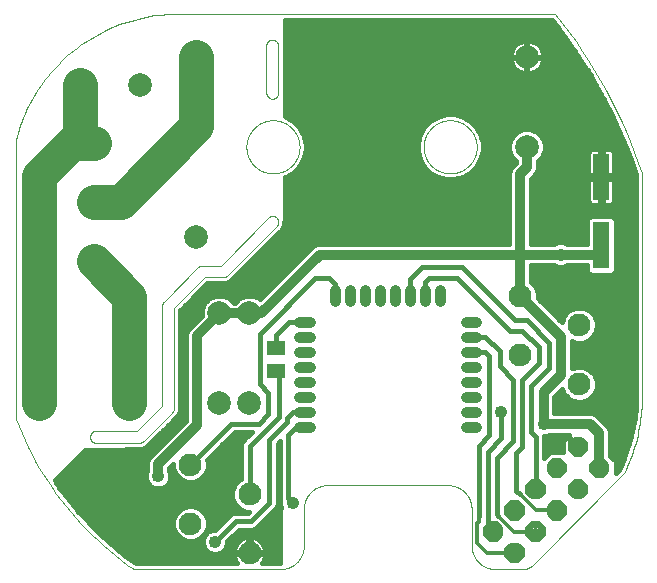
<source format=gtl>
G75*
%MOIN*%
%OFA0B0*%
%FSLAX25Y25*%
%IPPOS*%
%LPD*%
%AMOC8*
5,1,8,0,0,1.08239X$1,22.5*
%
%ADD10C,0.00000*%
%ADD11C,0.03543*%
%ADD12C,0.08661*%
%ADD13C,0.07874*%
%ADD14C,0.10000*%
%ADD15C,0.07600*%
%ADD16R,0.05512X0.15748*%
%ADD17C,0.01378*%
%ADD18R,0.05906X0.05118*%
%ADD19C,0.07874*%
%ADD20C,0.11811*%
%ADD21C,0.04252*%
%ADD22C,0.03200*%
%ADD23C,0.01600*%
%ADD24C,0.01200*%
D10*
X0041537Y0003071D02*
X0090356Y0003071D01*
X0090546Y0003073D01*
X0090736Y0003080D01*
X0090926Y0003092D01*
X0091116Y0003108D01*
X0091305Y0003128D01*
X0091494Y0003154D01*
X0091682Y0003183D01*
X0091869Y0003218D01*
X0092055Y0003257D01*
X0092240Y0003300D01*
X0092425Y0003348D01*
X0092608Y0003400D01*
X0092789Y0003456D01*
X0092969Y0003517D01*
X0093148Y0003583D01*
X0093325Y0003652D01*
X0093501Y0003726D01*
X0093674Y0003804D01*
X0093846Y0003887D01*
X0094015Y0003973D01*
X0094183Y0004063D01*
X0094348Y0004158D01*
X0094511Y0004256D01*
X0094671Y0004359D01*
X0094829Y0004465D01*
X0094984Y0004575D01*
X0095137Y0004688D01*
X0095287Y0004806D01*
X0095433Y0004927D01*
X0095577Y0005051D01*
X0095718Y0005179D01*
X0095856Y0005310D01*
X0095991Y0005445D01*
X0096122Y0005583D01*
X0096250Y0005724D01*
X0096374Y0005868D01*
X0096495Y0006014D01*
X0096613Y0006164D01*
X0096726Y0006317D01*
X0096836Y0006472D01*
X0096942Y0006630D01*
X0097045Y0006790D01*
X0097143Y0006953D01*
X0097238Y0007118D01*
X0097328Y0007286D01*
X0097414Y0007455D01*
X0097497Y0007627D01*
X0097575Y0007800D01*
X0097649Y0007976D01*
X0097718Y0008153D01*
X0097784Y0008332D01*
X0097845Y0008512D01*
X0097901Y0008693D01*
X0097953Y0008876D01*
X0098001Y0009061D01*
X0098044Y0009246D01*
X0098083Y0009432D01*
X0098118Y0009619D01*
X0098147Y0009807D01*
X0098173Y0009996D01*
X0098193Y0010185D01*
X0098209Y0010375D01*
X0098221Y0010565D01*
X0098228Y0010755D01*
X0098230Y0010945D01*
X0098230Y0023161D01*
X0098232Y0023351D01*
X0098239Y0023541D01*
X0098251Y0023731D01*
X0098267Y0023921D01*
X0098287Y0024110D01*
X0098313Y0024299D01*
X0098342Y0024487D01*
X0098377Y0024674D01*
X0098416Y0024860D01*
X0098459Y0025045D01*
X0098507Y0025230D01*
X0098559Y0025413D01*
X0098615Y0025594D01*
X0098676Y0025774D01*
X0098742Y0025953D01*
X0098811Y0026130D01*
X0098885Y0026306D01*
X0098963Y0026479D01*
X0099046Y0026651D01*
X0099132Y0026820D01*
X0099222Y0026988D01*
X0099317Y0027153D01*
X0099415Y0027316D01*
X0099518Y0027476D01*
X0099624Y0027634D01*
X0099734Y0027789D01*
X0099847Y0027942D01*
X0099965Y0028092D01*
X0100086Y0028238D01*
X0100210Y0028382D01*
X0100338Y0028523D01*
X0100469Y0028661D01*
X0100604Y0028796D01*
X0100742Y0028927D01*
X0100883Y0029055D01*
X0101027Y0029179D01*
X0101173Y0029300D01*
X0101323Y0029418D01*
X0101476Y0029531D01*
X0101631Y0029641D01*
X0101789Y0029747D01*
X0101949Y0029850D01*
X0102112Y0029948D01*
X0102277Y0030043D01*
X0102445Y0030133D01*
X0102614Y0030219D01*
X0102786Y0030302D01*
X0102959Y0030380D01*
X0103135Y0030454D01*
X0103312Y0030523D01*
X0103491Y0030589D01*
X0103671Y0030650D01*
X0103852Y0030706D01*
X0104035Y0030758D01*
X0104220Y0030806D01*
X0104405Y0030849D01*
X0104591Y0030888D01*
X0104778Y0030923D01*
X0104966Y0030952D01*
X0105155Y0030978D01*
X0105344Y0030998D01*
X0105534Y0031014D01*
X0105724Y0031026D01*
X0105914Y0031033D01*
X0106104Y0031035D01*
X0146261Y0031035D01*
X0146451Y0031033D01*
X0146641Y0031026D01*
X0146831Y0031014D01*
X0147021Y0030998D01*
X0147210Y0030978D01*
X0147399Y0030952D01*
X0147587Y0030923D01*
X0147774Y0030888D01*
X0147960Y0030849D01*
X0148145Y0030806D01*
X0148330Y0030758D01*
X0148513Y0030706D01*
X0148694Y0030650D01*
X0148874Y0030589D01*
X0149053Y0030523D01*
X0149230Y0030454D01*
X0149406Y0030380D01*
X0149579Y0030302D01*
X0149751Y0030219D01*
X0149920Y0030133D01*
X0150088Y0030043D01*
X0150253Y0029948D01*
X0150416Y0029850D01*
X0150576Y0029747D01*
X0150734Y0029641D01*
X0150889Y0029531D01*
X0151042Y0029418D01*
X0151192Y0029300D01*
X0151338Y0029179D01*
X0151482Y0029055D01*
X0151623Y0028927D01*
X0151761Y0028796D01*
X0151896Y0028661D01*
X0152027Y0028523D01*
X0152155Y0028382D01*
X0152279Y0028238D01*
X0152400Y0028092D01*
X0152518Y0027942D01*
X0152631Y0027789D01*
X0152741Y0027634D01*
X0152847Y0027476D01*
X0152950Y0027316D01*
X0153048Y0027153D01*
X0153143Y0026988D01*
X0153233Y0026820D01*
X0153319Y0026651D01*
X0153402Y0026479D01*
X0153480Y0026306D01*
X0153554Y0026130D01*
X0153623Y0025953D01*
X0153689Y0025774D01*
X0153750Y0025594D01*
X0153806Y0025413D01*
X0153858Y0025230D01*
X0153906Y0025045D01*
X0153949Y0024860D01*
X0153988Y0024674D01*
X0154023Y0024487D01*
X0154052Y0024299D01*
X0154078Y0024110D01*
X0154098Y0023921D01*
X0154114Y0023731D01*
X0154126Y0023541D01*
X0154133Y0023351D01*
X0154135Y0023161D01*
X0154135Y0010945D01*
X0154137Y0010755D01*
X0154144Y0010565D01*
X0154156Y0010375D01*
X0154172Y0010185D01*
X0154192Y0009996D01*
X0154218Y0009807D01*
X0154247Y0009619D01*
X0154282Y0009432D01*
X0154321Y0009246D01*
X0154364Y0009061D01*
X0154412Y0008876D01*
X0154464Y0008693D01*
X0154520Y0008512D01*
X0154581Y0008332D01*
X0154647Y0008153D01*
X0154716Y0007976D01*
X0154790Y0007800D01*
X0154868Y0007627D01*
X0154951Y0007455D01*
X0155037Y0007286D01*
X0155127Y0007118D01*
X0155222Y0006953D01*
X0155320Y0006790D01*
X0155423Y0006630D01*
X0155529Y0006472D01*
X0155639Y0006317D01*
X0155752Y0006164D01*
X0155870Y0006014D01*
X0155991Y0005868D01*
X0156115Y0005724D01*
X0156243Y0005583D01*
X0156374Y0005445D01*
X0156509Y0005310D01*
X0156647Y0005179D01*
X0156788Y0005051D01*
X0156932Y0004927D01*
X0157078Y0004806D01*
X0157228Y0004688D01*
X0157381Y0004575D01*
X0157536Y0004465D01*
X0157694Y0004359D01*
X0157854Y0004256D01*
X0158017Y0004158D01*
X0158182Y0004063D01*
X0158350Y0003973D01*
X0158519Y0003887D01*
X0158691Y0003804D01*
X0158864Y0003726D01*
X0159040Y0003652D01*
X0159217Y0003583D01*
X0159396Y0003517D01*
X0159576Y0003456D01*
X0159757Y0003400D01*
X0159940Y0003348D01*
X0160125Y0003300D01*
X0160310Y0003257D01*
X0160496Y0003218D01*
X0160683Y0003183D01*
X0160871Y0003154D01*
X0161060Y0003128D01*
X0161249Y0003108D01*
X0161439Y0003092D01*
X0161629Y0003080D01*
X0161819Y0003073D01*
X0162009Y0003071D01*
X0171402Y0003071D01*
X0174186Y0004224D02*
X0204923Y0034961D01*
X0210828Y0057008D02*
X0210828Y0134961D01*
X0181891Y0188110D02*
X0053741Y0188110D01*
X0085726Y0177587D02*
X0085726Y0161839D01*
X0085725Y0161839D02*
X0085727Y0161753D01*
X0085732Y0161667D01*
X0085742Y0161582D01*
X0085755Y0161497D01*
X0085772Y0161413D01*
X0085792Y0161329D01*
X0085816Y0161247D01*
X0085844Y0161166D01*
X0085875Y0161085D01*
X0085909Y0161007D01*
X0085947Y0160930D01*
X0085989Y0160854D01*
X0086033Y0160781D01*
X0086081Y0160710D01*
X0086132Y0160640D01*
X0086186Y0160573D01*
X0086242Y0160509D01*
X0086302Y0160447D01*
X0086364Y0160387D01*
X0086428Y0160331D01*
X0086495Y0160277D01*
X0086565Y0160226D01*
X0086636Y0160178D01*
X0086710Y0160134D01*
X0086785Y0160092D01*
X0086862Y0160054D01*
X0086941Y0160020D01*
X0087021Y0159989D01*
X0087102Y0159961D01*
X0087184Y0159937D01*
X0087268Y0159917D01*
X0087352Y0159900D01*
X0087437Y0159887D01*
X0087522Y0159877D01*
X0087608Y0159872D01*
X0087694Y0159870D01*
X0087694Y0159871D02*
X0087780Y0159873D01*
X0087866Y0159878D01*
X0087951Y0159888D01*
X0088036Y0159901D01*
X0088120Y0159918D01*
X0088203Y0159938D01*
X0088286Y0159962D01*
X0088367Y0159990D01*
X0088447Y0160021D01*
X0088526Y0160055D01*
X0088603Y0160093D01*
X0088678Y0160135D01*
X0088751Y0160179D01*
X0088823Y0160227D01*
X0088892Y0160278D01*
X0088959Y0160331D01*
X0089024Y0160388D01*
X0089086Y0160447D01*
X0089145Y0160509D01*
X0089202Y0160574D01*
X0089255Y0160641D01*
X0089306Y0160710D01*
X0089354Y0160782D01*
X0089398Y0160855D01*
X0089440Y0160930D01*
X0089478Y0161007D01*
X0089512Y0161086D01*
X0089543Y0161166D01*
X0089571Y0161247D01*
X0089595Y0161330D01*
X0089615Y0161413D01*
X0089632Y0161497D01*
X0089645Y0161582D01*
X0089655Y0161667D01*
X0089660Y0161753D01*
X0089662Y0161839D01*
X0089663Y0161839D02*
X0089663Y0177587D01*
X0087694Y0179556D02*
X0087608Y0179554D01*
X0087522Y0179549D01*
X0087437Y0179539D01*
X0087352Y0179526D01*
X0087268Y0179509D01*
X0087184Y0179489D01*
X0087102Y0179465D01*
X0087021Y0179437D01*
X0086940Y0179406D01*
X0086862Y0179372D01*
X0086785Y0179334D01*
X0086710Y0179292D01*
X0086636Y0179248D01*
X0086565Y0179200D01*
X0086495Y0179149D01*
X0086428Y0179095D01*
X0086364Y0179039D01*
X0086302Y0178979D01*
X0086242Y0178917D01*
X0086186Y0178853D01*
X0086132Y0178786D01*
X0086081Y0178716D01*
X0086033Y0178645D01*
X0085989Y0178572D01*
X0085947Y0178496D01*
X0085909Y0178419D01*
X0085875Y0178341D01*
X0085844Y0178260D01*
X0085816Y0178179D01*
X0085792Y0178097D01*
X0085772Y0178013D01*
X0085755Y0177929D01*
X0085742Y0177844D01*
X0085732Y0177759D01*
X0085727Y0177673D01*
X0085725Y0177587D01*
X0087694Y0179556D02*
X0087780Y0179554D01*
X0087866Y0179549D01*
X0087951Y0179539D01*
X0088036Y0179526D01*
X0088120Y0179509D01*
X0088204Y0179489D01*
X0088286Y0179465D01*
X0088367Y0179437D01*
X0088448Y0179406D01*
X0088526Y0179372D01*
X0088603Y0179334D01*
X0088679Y0179292D01*
X0088752Y0179248D01*
X0088823Y0179200D01*
X0088893Y0179149D01*
X0088960Y0179095D01*
X0089024Y0179039D01*
X0089086Y0178979D01*
X0089146Y0178917D01*
X0089202Y0178853D01*
X0089256Y0178786D01*
X0089307Y0178716D01*
X0089355Y0178645D01*
X0089399Y0178571D01*
X0089441Y0178496D01*
X0089479Y0178419D01*
X0089513Y0178340D01*
X0089544Y0178260D01*
X0089572Y0178179D01*
X0089596Y0178097D01*
X0089616Y0178013D01*
X0089633Y0177929D01*
X0089646Y0177844D01*
X0089656Y0177759D01*
X0089661Y0177673D01*
X0089663Y0177587D01*
X0079080Y0143819D02*
X0079083Y0144036D01*
X0079091Y0144254D01*
X0079104Y0144471D01*
X0079123Y0144687D01*
X0079147Y0144903D01*
X0079176Y0145119D01*
X0079210Y0145333D01*
X0079250Y0145547D01*
X0079295Y0145760D01*
X0079345Y0145971D01*
X0079401Y0146182D01*
X0079461Y0146390D01*
X0079527Y0146598D01*
X0079598Y0146803D01*
X0079674Y0147007D01*
X0079754Y0147209D01*
X0079840Y0147409D01*
X0079930Y0147606D01*
X0080026Y0147802D01*
X0080126Y0147995D01*
X0080231Y0148185D01*
X0080340Y0148373D01*
X0080454Y0148558D01*
X0080573Y0148740D01*
X0080696Y0148920D01*
X0080823Y0149096D01*
X0080955Y0149269D01*
X0081091Y0149438D01*
X0081231Y0149605D01*
X0081375Y0149768D01*
X0081523Y0149927D01*
X0081674Y0150083D01*
X0081830Y0150234D01*
X0081989Y0150382D01*
X0082152Y0150526D01*
X0082319Y0150666D01*
X0082488Y0150802D01*
X0082661Y0150934D01*
X0082837Y0151061D01*
X0083017Y0151184D01*
X0083199Y0151303D01*
X0083384Y0151417D01*
X0083572Y0151526D01*
X0083762Y0151631D01*
X0083955Y0151731D01*
X0084151Y0151827D01*
X0084348Y0151917D01*
X0084548Y0152003D01*
X0084750Y0152083D01*
X0084954Y0152159D01*
X0085159Y0152230D01*
X0085367Y0152296D01*
X0085575Y0152356D01*
X0085786Y0152412D01*
X0085997Y0152462D01*
X0086210Y0152507D01*
X0086424Y0152547D01*
X0086638Y0152581D01*
X0086854Y0152610D01*
X0087070Y0152634D01*
X0087286Y0152653D01*
X0087503Y0152666D01*
X0087721Y0152674D01*
X0087938Y0152677D01*
X0088155Y0152674D01*
X0088373Y0152666D01*
X0088590Y0152653D01*
X0088806Y0152634D01*
X0089022Y0152610D01*
X0089238Y0152581D01*
X0089452Y0152547D01*
X0089666Y0152507D01*
X0089879Y0152462D01*
X0090090Y0152412D01*
X0090301Y0152356D01*
X0090509Y0152296D01*
X0090717Y0152230D01*
X0090922Y0152159D01*
X0091126Y0152083D01*
X0091328Y0152003D01*
X0091528Y0151917D01*
X0091725Y0151827D01*
X0091921Y0151731D01*
X0092114Y0151631D01*
X0092304Y0151526D01*
X0092492Y0151417D01*
X0092677Y0151303D01*
X0092859Y0151184D01*
X0093039Y0151061D01*
X0093215Y0150934D01*
X0093388Y0150802D01*
X0093557Y0150666D01*
X0093724Y0150526D01*
X0093887Y0150382D01*
X0094046Y0150234D01*
X0094202Y0150083D01*
X0094353Y0149927D01*
X0094501Y0149768D01*
X0094645Y0149605D01*
X0094785Y0149438D01*
X0094921Y0149269D01*
X0095053Y0149096D01*
X0095180Y0148920D01*
X0095303Y0148740D01*
X0095422Y0148558D01*
X0095536Y0148373D01*
X0095645Y0148185D01*
X0095750Y0147995D01*
X0095850Y0147802D01*
X0095946Y0147606D01*
X0096036Y0147409D01*
X0096122Y0147209D01*
X0096202Y0147007D01*
X0096278Y0146803D01*
X0096349Y0146598D01*
X0096415Y0146390D01*
X0096475Y0146182D01*
X0096531Y0145971D01*
X0096581Y0145760D01*
X0096626Y0145547D01*
X0096666Y0145333D01*
X0096700Y0145119D01*
X0096729Y0144903D01*
X0096753Y0144687D01*
X0096772Y0144471D01*
X0096785Y0144254D01*
X0096793Y0144036D01*
X0096796Y0143819D01*
X0096793Y0143602D01*
X0096785Y0143384D01*
X0096772Y0143167D01*
X0096753Y0142951D01*
X0096729Y0142735D01*
X0096700Y0142519D01*
X0096666Y0142305D01*
X0096626Y0142091D01*
X0096581Y0141878D01*
X0096531Y0141667D01*
X0096475Y0141456D01*
X0096415Y0141248D01*
X0096349Y0141040D01*
X0096278Y0140835D01*
X0096202Y0140631D01*
X0096122Y0140429D01*
X0096036Y0140229D01*
X0095946Y0140032D01*
X0095850Y0139836D01*
X0095750Y0139643D01*
X0095645Y0139453D01*
X0095536Y0139265D01*
X0095422Y0139080D01*
X0095303Y0138898D01*
X0095180Y0138718D01*
X0095053Y0138542D01*
X0094921Y0138369D01*
X0094785Y0138200D01*
X0094645Y0138033D01*
X0094501Y0137870D01*
X0094353Y0137711D01*
X0094202Y0137555D01*
X0094046Y0137404D01*
X0093887Y0137256D01*
X0093724Y0137112D01*
X0093557Y0136972D01*
X0093388Y0136836D01*
X0093215Y0136704D01*
X0093039Y0136577D01*
X0092859Y0136454D01*
X0092677Y0136335D01*
X0092492Y0136221D01*
X0092304Y0136112D01*
X0092114Y0136007D01*
X0091921Y0135907D01*
X0091725Y0135811D01*
X0091528Y0135721D01*
X0091328Y0135635D01*
X0091126Y0135555D01*
X0090922Y0135479D01*
X0090717Y0135408D01*
X0090509Y0135342D01*
X0090301Y0135282D01*
X0090090Y0135226D01*
X0089879Y0135176D01*
X0089666Y0135131D01*
X0089452Y0135091D01*
X0089238Y0135057D01*
X0089022Y0135028D01*
X0088806Y0135004D01*
X0088590Y0134985D01*
X0088373Y0134972D01*
X0088155Y0134964D01*
X0087938Y0134961D01*
X0087721Y0134964D01*
X0087503Y0134972D01*
X0087286Y0134985D01*
X0087070Y0135004D01*
X0086854Y0135028D01*
X0086638Y0135057D01*
X0086424Y0135091D01*
X0086210Y0135131D01*
X0085997Y0135176D01*
X0085786Y0135226D01*
X0085575Y0135282D01*
X0085367Y0135342D01*
X0085159Y0135408D01*
X0084954Y0135479D01*
X0084750Y0135555D01*
X0084548Y0135635D01*
X0084348Y0135721D01*
X0084151Y0135811D01*
X0083955Y0135907D01*
X0083762Y0136007D01*
X0083572Y0136112D01*
X0083384Y0136221D01*
X0083199Y0136335D01*
X0083017Y0136454D01*
X0082837Y0136577D01*
X0082661Y0136704D01*
X0082488Y0136836D01*
X0082319Y0136972D01*
X0082152Y0137112D01*
X0081989Y0137256D01*
X0081830Y0137404D01*
X0081674Y0137555D01*
X0081523Y0137711D01*
X0081375Y0137870D01*
X0081231Y0138033D01*
X0081091Y0138200D01*
X0080955Y0138369D01*
X0080823Y0138542D01*
X0080696Y0138718D01*
X0080573Y0138898D01*
X0080454Y0139080D01*
X0080340Y0139265D01*
X0080231Y0139453D01*
X0080126Y0139643D01*
X0080026Y0139836D01*
X0079930Y0140032D01*
X0079840Y0140229D01*
X0079754Y0140429D01*
X0079674Y0140631D01*
X0079598Y0140835D01*
X0079527Y0141040D01*
X0079461Y0141248D01*
X0079401Y0141456D01*
X0079345Y0141667D01*
X0079295Y0141878D01*
X0079250Y0142091D01*
X0079210Y0142305D01*
X0079176Y0142519D01*
X0079147Y0142735D01*
X0079123Y0142951D01*
X0079104Y0143167D01*
X0079091Y0143384D01*
X0079083Y0143602D01*
X0079080Y0143819D01*
X0053741Y0188111D02*
X0052396Y0188036D01*
X0051054Y0187928D01*
X0049714Y0187788D01*
X0048378Y0187615D01*
X0047047Y0187411D01*
X0045721Y0187174D01*
X0044402Y0186905D01*
X0043089Y0186604D01*
X0041784Y0186272D01*
X0040487Y0185908D01*
X0039199Y0185513D01*
X0037922Y0185086D01*
X0036655Y0184629D01*
X0035399Y0184142D01*
X0034156Y0183624D01*
X0032925Y0183076D01*
X0031709Y0182499D01*
X0030506Y0181893D01*
X0029319Y0181257D01*
X0028147Y0180593D01*
X0026991Y0179901D01*
X0025853Y0179181D01*
X0024733Y0178434D01*
X0023630Y0177660D01*
X0022547Y0176859D01*
X0021484Y0176033D01*
X0020441Y0175181D01*
X0019419Y0174304D01*
X0018418Y0173402D01*
X0017439Y0172477D01*
X0016483Y0171528D01*
X0015551Y0170556D01*
X0014642Y0169563D01*
X0013757Y0168547D01*
X0012898Y0167510D01*
X0012063Y0166453D01*
X0011255Y0165376D01*
X0010472Y0164280D01*
X0009717Y0163165D01*
X0008988Y0162032D01*
X0008288Y0160881D01*
X0007615Y0159715D01*
X0006971Y0158532D01*
X0006355Y0157334D01*
X0005769Y0156121D01*
X0005212Y0154895D01*
X0004685Y0153656D01*
X0004188Y0152404D01*
X0003722Y0151140D01*
X0003286Y0149866D01*
X0002882Y0148581D01*
X0002508Y0147287D01*
X0002166Y0145985D01*
X0002167Y0145984D02*
X0002167Y0053071D01*
X0028938Y0049134D02*
X0042718Y0049134D01*
X0050986Y0057401D01*
X0050986Y0090838D01*
X0051562Y0092230D02*
X0063007Y0103675D01*
X0064399Y0104252D02*
X0070458Y0104252D01*
X0086437Y0120230D01*
X0087781Y0120787D02*
X0087864Y0120785D01*
X0087947Y0120780D01*
X0088029Y0120771D01*
X0088111Y0120758D01*
X0088192Y0120742D01*
X0088273Y0120722D01*
X0088353Y0120699D01*
X0088431Y0120672D01*
X0088508Y0120642D01*
X0088584Y0120609D01*
X0088659Y0120572D01*
X0088732Y0120532D01*
X0088802Y0120489D01*
X0088871Y0120443D01*
X0088938Y0120394D01*
X0089003Y0120342D01*
X0089065Y0120288D01*
X0089125Y0120230D01*
X0089193Y0120163D01*
X0089192Y0120163D02*
X0089250Y0120103D01*
X0089304Y0120041D01*
X0089356Y0119976D01*
X0089405Y0119909D01*
X0089451Y0119840D01*
X0089494Y0119770D01*
X0089534Y0119697D01*
X0089571Y0119622D01*
X0089604Y0119546D01*
X0089634Y0119469D01*
X0089661Y0119391D01*
X0089684Y0119311D01*
X0089704Y0119230D01*
X0089720Y0119149D01*
X0089733Y0119067D01*
X0089742Y0118985D01*
X0089747Y0118902D01*
X0089749Y0118819D01*
X0089193Y0117475D02*
X0072609Y0100891D01*
X0071217Y0100315D02*
X0065159Y0100315D01*
X0054923Y0090079D01*
X0054923Y0056642D01*
X0054346Y0055250D02*
X0044869Y0045773D01*
X0043477Y0045197D02*
X0028938Y0045197D01*
X0028938Y0045196D02*
X0028852Y0045198D01*
X0028766Y0045203D01*
X0028681Y0045213D01*
X0028596Y0045226D01*
X0028512Y0045243D01*
X0028428Y0045263D01*
X0028346Y0045287D01*
X0028265Y0045315D01*
X0028184Y0045346D01*
X0028106Y0045380D01*
X0028029Y0045418D01*
X0027953Y0045460D01*
X0027880Y0045504D01*
X0027809Y0045552D01*
X0027739Y0045603D01*
X0027672Y0045657D01*
X0027608Y0045713D01*
X0027546Y0045773D01*
X0027486Y0045835D01*
X0027430Y0045899D01*
X0027376Y0045966D01*
X0027325Y0046036D01*
X0027277Y0046107D01*
X0027233Y0046181D01*
X0027191Y0046256D01*
X0027153Y0046333D01*
X0027119Y0046411D01*
X0027088Y0046492D01*
X0027060Y0046573D01*
X0027036Y0046655D01*
X0027016Y0046739D01*
X0026999Y0046823D01*
X0026986Y0046908D01*
X0026976Y0046993D01*
X0026971Y0047079D01*
X0026969Y0047165D01*
X0026971Y0047251D01*
X0026976Y0047337D01*
X0026986Y0047422D01*
X0026999Y0047507D01*
X0027016Y0047591D01*
X0027036Y0047675D01*
X0027060Y0047757D01*
X0027088Y0047838D01*
X0027119Y0047919D01*
X0027153Y0047997D01*
X0027191Y0048074D01*
X0027233Y0048150D01*
X0027277Y0048223D01*
X0027325Y0048294D01*
X0027376Y0048364D01*
X0027430Y0048431D01*
X0027486Y0048495D01*
X0027546Y0048557D01*
X0027608Y0048617D01*
X0027672Y0048673D01*
X0027739Y0048727D01*
X0027809Y0048778D01*
X0027880Y0048826D01*
X0027954Y0048870D01*
X0028029Y0048912D01*
X0028106Y0048950D01*
X0028184Y0048984D01*
X0028265Y0049015D01*
X0028346Y0049043D01*
X0028428Y0049067D01*
X0028512Y0049087D01*
X0028596Y0049104D01*
X0028681Y0049117D01*
X0028766Y0049127D01*
X0028852Y0049132D01*
X0028938Y0049134D01*
X0043477Y0045196D02*
X0043563Y0045198D01*
X0043649Y0045203D01*
X0043734Y0045213D01*
X0043819Y0045226D01*
X0043903Y0045243D01*
X0043987Y0045263D01*
X0044069Y0045287D01*
X0044150Y0045315D01*
X0044231Y0045346D01*
X0044309Y0045380D01*
X0044386Y0045418D01*
X0044462Y0045460D01*
X0044535Y0045504D01*
X0044606Y0045552D01*
X0044676Y0045603D01*
X0044743Y0045657D01*
X0044807Y0045713D01*
X0044869Y0045773D01*
X0054346Y0055250D02*
X0054406Y0055312D01*
X0054462Y0055376D01*
X0054516Y0055443D01*
X0054567Y0055513D01*
X0054615Y0055584D01*
X0054659Y0055657D01*
X0054701Y0055733D01*
X0054739Y0055810D01*
X0054773Y0055888D01*
X0054804Y0055969D01*
X0054832Y0056050D01*
X0054856Y0056132D01*
X0054876Y0056216D01*
X0054893Y0056300D01*
X0054906Y0056385D01*
X0054916Y0056470D01*
X0054921Y0056556D01*
X0054923Y0056642D01*
X0210827Y0134961D02*
X0209626Y0138571D01*
X0208339Y0142151D01*
X0206969Y0145701D01*
X0205514Y0149217D01*
X0203977Y0152697D01*
X0202358Y0156140D01*
X0200659Y0159544D01*
X0198879Y0162907D01*
X0197020Y0166227D01*
X0195084Y0169502D01*
X0193070Y0172731D01*
X0190981Y0175911D01*
X0188817Y0179040D01*
X0186580Y0182118D01*
X0184271Y0185142D01*
X0181891Y0188110D01*
X0138135Y0143819D02*
X0138138Y0144036D01*
X0138146Y0144254D01*
X0138159Y0144471D01*
X0138178Y0144687D01*
X0138202Y0144903D01*
X0138231Y0145119D01*
X0138265Y0145333D01*
X0138305Y0145547D01*
X0138350Y0145760D01*
X0138400Y0145971D01*
X0138456Y0146182D01*
X0138516Y0146390D01*
X0138582Y0146598D01*
X0138653Y0146803D01*
X0138729Y0147007D01*
X0138809Y0147209D01*
X0138895Y0147409D01*
X0138985Y0147606D01*
X0139081Y0147802D01*
X0139181Y0147995D01*
X0139286Y0148185D01*
X0139395Y0148373D01*
X0139509Y0148558D01*
X0139628Y0148740D01*
X0139751Y0148920D01*
X0139878Y0149096D01*
X0140010Y0149269D01*
X0140146Y0149438D01*
X0140286Y0149605D01*
X0140430Y0149768D01*
X0140578Y0149927D01*
X0140729Y0150083D01*
X0140885Y0150234D01*
X0141044Y0150382D01*
X0141207Y0150526D01*
X0141374Y0150666D01*
X0141543Y0150802D01*
X0141716Y0150934D01*
X0141892Y0151061D01*
X0142072Y0151184D01*
X0142254Y0151303D01*
X0142439Y0151417D01*
X0142627Y0151526D01*
X0142817Y0151631D01*
X0143010Y0151731D01*
X0143206Y0151827D01*
X0143403Y0151917D01*
X0143603Y0152003D01*
X0143805Y0152083D01*
X0144009Y0152159D01*
X0144214Y0152230D01*
X0144422Y0152296D01*
X0144630Y0152356D01*
X0144841Y0152412D01*
X0145052Y0152462D01*
X0145265Y0152507D01*
X0145479Y0152547D01*
X0145693Y0152581D01*
X0145909Y0152610D01*
X0146125Y0152634D01*
X0146341Y0152653D01*
X0146558Y0152666D01*
X0146776Y0152674D01*
X0146993Y0152677D01*
X0147210Y0152674D01*
X0147428Y0152666D01*
X0147645Y0152653D01*
X0147861Y0152634D01*
X0148077Y0152610D01*
X0148293Y0152581D01*
X0148507Y0152547D01*
X0148721Y0152507D01*
X0148934Y0152462D01*
X0149145Y0152412D01*
X0149356Y0152356D01*
X0149564Y0152296D01*
X0149772Y0152230D01*
X0149977Y0152159D01*
X0150181Y0152083D01*
X0150383Y0152003D01*
X0150583Y0151917D01*
X0150780Y0151827D01*
X0150976Y0151731D01*
X0151169Y0151631D01*
X0151359Y0151526D01*
X0151547Y0151417D01*
X0151732Y0151303D01*
X0151914Y0151184D01*
X0152094Y0151061D01*
X0152270Y0150934D01*
X0152443Y0150802D01*
X0152612Y0150666D01*
X0152779Y0150526D01*
X0152942Y0150382D01*
X0153101Y0150234D01*
X0153257Y0150083D01*
X0153408Y0149927D01*
X0153556Y0149768D01*
X0153700Y0149605D01*
X0153840Y0149438D01*
X0153976Y0149269D01*
X0154108Y0149096D01*
X0154235Y0148920D01*
X0154358Y0148740D01*
X0154477Y0148558D01*
X0154591Y0148373D01*
X0154700Y0148185D01*
X0154805Y0147995D01*
X0154905Y0147802D01*
X0155001Y0147606D01*
X0155091Y0147409D01*
X0155177Y0147209D01*
X0155257Y0147007D01*
X0155333Y0146803D01*
X0155404Y0146598D01*
X0155470Y0146390D01*
X0155530Y0146182D01*
X0155586Y0145971D01*
X0155636Y0145760D01*
X0155681Y0145547D01*
X0155721Y0145333D01*
X0155755Y0145119D01*
X0155784Y0144903D01*
X0155808Y0144687D01*
X0155827Y0144471D01*
X0155840Y0144254D01*
X0155848Y0144036D01*
X0155851Y0143819D01*
X0155848Y0143602D01*
X0155840Y0143384D01*
X0155827Y0143167D01*
X0155808Y0142951D01*
X0155784Y0142735D01*
X0155755Y0142519D01*
X0155721Y0142305D01*
X0155681Y0142091D01*
X0155636Y0141878D01*
X0155586Y0141667D01*
X0155530Y0141456D01*
X0155470Y0141248D01*
X0155404Y0141040D01*
X0155333Y0140835D01*
X0155257Y0140631D01*
X0155177Y0140429D01*
X0155091Y0140229D01*
X0155001Y0140032D01*
X0154905Y0139836D01*
X0154805Y0139643D01*
X0154700Y0139453D01*
X0154591Y0139265D01*
X0154477Y0139080D01*
X0154358Y0138898D01*
X0154235Y0138718D01*
X0154108Y0138542D01*
X0153976Y0138369D01*
X0153840Y0138200D01*
X0153700Y0138033D01*
X0153556Y0137870D01*
X0153408Y0137711D01*
X0153257Y0137555D01*
X0153101Y0137404D01*
X0152942Y0137256D01*
X0152779Y0137112D01*
X0152612Y0136972D01*
X0152443Y0136836D01*
X0152270Y0136704D01*
X0152094Y0136577D01*
X0151914Y0136454D01*
X0151732Y0136335D01*
X0151547Y0136221D01*
X0151359Y0136112D01*
X0151169Y0136007D01*
X0150976Y0135907D01*
X0150780Y0135811D01*
X0150583Y0135721D01*
X0150383Y0135635D01*
X0150181Y0135555D01*
X0149977Y0135479D01*
X0149772Y0135408D01*
X0149564Y0135342D01*
X0149356Y0135282D01*
X0149145Y0135226D01*
X0148934Y0135176D01*
X0148721Y0135131D01*
X0148507Y0135091D01*
X0148293Y0135057D01*
X0148077Y0135028D01*
X0147861Y0135004D01*
X0147645Y0134985D01*
X0147428Y0134972D01*
X0147210Y0134964D01*
X0146993Y0134961D01*
X0146776Y0134964D01*
X0146558Y0134972D01*
X0146341Y0134985D01*
X0146125Y0135004D01*
X0145909Y0135028D01*
X0145693Y0135057D01*
X0145479Y0135091D01*
X0145265Y0135131D01*
X0145052Y0135176D01*
X0144841Y0135226D01*
X0144630Y0135282D01*
X0144422Y0135342D01*
X0144214Y0135408D01*
X0144009Y0135479D01*
X0143805Y0135555D01*
X0143603Y0135635D01*
X0143403Y0135721D01*
X0143206Y0135811D01*
X0143010Y0135907D01*
X0142817Y0136007D01*
X0142627Y0136112D01*
X0142439Y0136221D01*
X0142254Y0136335D01*
X0142072Y0136454D01*
X0141892Y0136577D01*
X0141716Y0136704D01*
X0141543Y0136836D01*
X0141374Y0136972D01*
X0141207Y0137112D01*
X0141044Y0137256D01*
X0140885Y0137404D01*
X0140729Y0137555D01*
X0140578Y0137711D01*
X0140430Y0137870D01*
X0140286Y0138033D01*
X0140146Y0138200D01*
X0140010Y0138369D01*
X0139878Y0138542D01*
X0139751Y0138718D01*
X0139628Y0138898D01*
X0139509Y0139080D01*
X0139395Y0139265D01*
X0139286Y0139453D01*
X0139181Y0139643D01*
X0139081Y0139836D01*
X0138985Y0140032D01*
X0138895Y0140229D01*
X0138809Y0140429D01*
X0138729Y0140631D01*
X0138653Y0140835D01*
X0138582Y0141040D01*
X0138516Y0141248D01*
X0138456Y0141456D01*
X0138400Y0141667D01*
X0138350Y0141878D01*
X0138305Y0142091D01*
X0138265Y0142305D01*
X0138231Y0142519D01*
X0138202Y0142735D01*
X0138178Y0142951D01*
X0138159Y0143167D01*
X0138146Y0143384D01*
X0138138Y0143602D01*
X0138135Y0143819D01*
X0089749Y0118819D02*
X0089747Y0118736D01*
X0089742Y0118653D01*
X0089733Y0118571D01*
X0089720Y0118489D01*
X0089704Y0118408D01*
X0089684Y0118327D01*
X0089661Y0118247D01*
X0089634Y0118169D01*
X0089604Y0118092D01*
X0089571Y0118016D01*
X0089534Y0117941D01*
X0089494Y0117868D01*
X0089451Y0117798D01*
X0089405Y0117729D01*
X0089356Y0117662D01*
X0089304Y0117597D01*
X0089250Y0117535D01*
X0089192Y0117475D01*
X0087781Y0120787D02*
X0087698Y0120785D01*
X0087615Y0120780D01*
X0087533Y0120771D01*
X0087451Y0120758D01*
X0087370Y0120742D01*
X0087289Y0120722D01*
X0087209Y0120699D01*
X0087131Y0120672D01*
X0087054Y0120642D01*
X0086978Y0120609D01*
X0086903Y0120572D01*
X0086830Y0120532D01*
X0086760Y0120489D01*
X0086691Y0120443D01*
X0086624Y0120394D01*
X0086559Y0120342D01*
X0086497Y0120288D01*
X0086437Y0120230D01*
X0072609Y0100891D02*
X0072547Y0100831D01*
X0072483Y0100775D01*
X0072416Y0100721D01*
X0072346Y0100670D01*
X0072275Y0100622D01*
X0072202Y0100578D01*
X0072126Y0100536D01*
X0072049Y0100498D01*
X0071971Y0100464D01*
X0071890Y0100433D01*
X0071809Y0100405D01*
X0071727Y0100381D01*
X0071643Y0100361D01*
X0071559Y0100344D01*
X0071474Y0100331D01*
X0071389Y0100321D01*
X0071303Y0100316D01*
X0071217Y0100314D01*
X0064399Y0104252D02*
X0064313Y0104250D01*
X0064227Y0104245D01*
X0064142Y0104235D01*
X0064057Y0104222D01*
X0063973Y0104205D01*
X0063889Y0104185D01*
X0063807Y0104161D01*
X0063726Y0104133D01*
X0063645Y0104102D01*
X0063567Y0104068D01*
X0063490Y0104030D01*
X0063414Y0103988D01*
X0063341Y0103944D01*
X0063270Y0103896D01*
X0063200Y0103845D01*
X0063133Y0103791D01*
X0063069Y0103735D01*
X0063007Y0103675D01*
X0051562Y0092230D02*
X0051502Y0092168D01*
X0051446Y0092104D01*
X0051392Y0092037D01*
X0051341Y0091967D01*
X0051293Y0091896D01*
X0051249Y0091823D01*
X0051207Y0091747D01*
X0051169Y0091670D01*
X0051135Y0091592D01*
X0051104Y0091511D01*
X0051076Y0091430D01*
X0051052Y0091348D01*
X0051032Y0091264D01*
X0051015Y0091180D01*
X0051002Y0091095D01*
X0050992Y0091010D01*
X0050987Y0090924D01*
X0050985Y0090838D01*
X0002167Y0053071D02*
X0003128Y0050673D01*
X0004146Y0048298D01*
X0005221Y0045949D01*
X0006351Y0043626D01*
X0007536Y0041330D01*
X0008775Y0039063D01*
X0010068Y0036826D01*
X0011414Y0034621D01*
X0012812Y0032449D01*
X0014261Y0030310D01*
X0015761Y0028206D01*
X0017310Y0026139D01*
X0018909Y0024109D01*
X0020555Y0022118D01*
X0022248Y0020167D01*
X0023987Y0018256D01*
X0025771Y0016388D01*
X0027599Y0014562D01*
X0029470Y0012781D01*
X0031383Y0011044D01*
X0033336Y0009354D01*
X0035330Y0007710D01*
X0037362Y0006115D01*
X0039431Y0004568D01*
X0041537Y0003071D01*
X0204923Y0034960D02*
X0205514Y0036176D01*
X0206077Y0037405D01*
X0206609Y0038648D01*
X0207112Y0039903D01*
X0207585Y0041169D01*
X0208027Y0042447D01*
X0208439Y0043734D01*
X0208820Y0045031D01*
X0209170Y0046337D01*
X0209488Y0047651D01*
X0209775Y0048972D01*
X0210031Y0050300D01*
X0210254Y0051633D01*
X0210446Y0052971D01*
X0210606Y0054313D01*
X0210733Y0055659D01*
X0210829Y0057008D01*
X0174186Y0004224D02*
X0174097Y0004138D01*
X0174006Y0004055D01*
X0173912Y0003974D01*
X0173815Y0003897D01*
X0173716Y0003823D01*
X0173615Y0003752D01*
X0173512Y0003684D01*
X0173406Y0003619D01*
X0173299Y0003558D01*
X0173189Y0003500D01*
X0173078Y0003446D01*
X0172966Y0003395D01*
X0172851Y0003347D01*
X0172736Y0003304D01*
X0172619Y0003264D01*
X0172500Y0003227D01*
X0172381Y0003195D01*
X0172261Y0003166D01*
X0172140Y0003141D01*
X0172018Y0003119D01*
X0171895Y0003102D01*
X0171773Y0003088D01*
X0171649Y0003079D01*
X0171526Y0003073D01*
X0171402Y0003071D01*
D11*
X0155769Y0050394D02*
X0152226Y0050394D01*
X0152226Y0055394D02*
X0155769Y0055394D01*
X0155769Y0060394D02*
X0152226Y0060394D01*
X0152226Y0065394D02*
X0155769Y0065394D01*
X0155769Y0070394D02*
X0152226Y0070394D01*
X0152226Y0075394D02*
X0155769Y0075394D01*
X0155769Y0080394D02*
X0152226Y0080394D01*
X0152226Y0085394D02*
X0155769Y0085394D01*
X0143682Y0092520D02*
X0143682Y0096063D01*
X0138682Y0096063D02*
X0138682Y0092520D01*
X0133682Y0092520D02*
X0133682Y0096063D01*
X0128682Y0096063D02*
X0128682Y0092520D01*
X0123682Y0092520D02*
X0123682Y0096063D01*
X0118682Y0096063D02*
X0118682Y0092520D01*
X0113682Y0092520D02*
X0113682Y0096063D01*
X0108682Y0096063D02*
X0108682Y0092520D01*
X0100139Y0085394D02*
X0096596Y0085394D01*
X0096596Y0080394D02*
X0100139Y0080394D01*
X0100139Y0075394D02*
X0096596Y0075394D01*
X0096596Y0070394D02*
X0100139Y0070394D01*
X0100139Y0065394D02*
X0096596Y0065394D01*
X0096596Y0060394D02*
X0100139Y0060394D01*
X0100139Y0055394D02*
X0096596Y0055394D01*
X0096596Y0050394D02*
X0100139Y0050394D01*
D12*
X0040080Y0058299D03*
X0010080Y0058299D03*
X0010080Y0088299D03*
X0040080Y0088299D03*
D13*
X0062348Y0113898D03*
X0070080Y0088299D03*
X0080080Y0088299D03*
X0080080Y0058299D03*
X0070080Y0058299D03*
X0172584Y0143819D03*
X0172584Y0173740D03*
X0062348Y0173740D03*
X0043664Y0164478D03*
X0023664Y0164478D03*
D14*
X0028151Y0145149D03*
X0028151Y0125464D03*
X0028151Y0105779D03*
D15*
X0060434Y0037913D03*
X0080119Y0028071D03*
X0060434Y0018228D03*
X0080119Y0008386D03*
X0170320Y0074527D03*
X0170320Y0094212D03*
X0190005Y0084370D03*
X0190005Y0064685D03*
D16*
X0197379Y0110945D03*
X0197379Y0133779D03*
D17*
X0187544Y0043399D02*
X0186855Y0042710D01*
X0186855Y0044992D01*
X0188469Y0046606D01*
X0190751Y0046606D01*
X0192365Y0044992D01*
X0192365Y0042710D01*
X0190751Y0041096D01*
X0188469Y0041096D01*
X0186855Y0042710D01*
X0187889Y0043138D01*
X0187889Y0044564D01*
X0188897Y0045572D01*
X0190323Y0045572D01*
X0191331Y0044564D01*
X0191331Y0043138D01*
X0190323Y0042130D01*
X0188897Y0042130D01*
X0187889Y0043138D01*
X0188922Y0043566D01*
X0188922Y0044136D01*
X0189325Y0044539D01*
X0189895Y0044539D01*
X0190298Y0044136D01*
X0190298Y0043566D01*
X0189895Y0043163D01*
X0189325Y0043163D01*
X0188922Y0043566D01*
X0180473Y0036328D02*
X0179784Y0035639D01*
X0179784Y0037921D01*
X0181398Y0039535D01*
X0183680Y0039535D01*
X0185294Y0037921D01*
X0185294Y0035639D01*
X0183680Y0034025D01*
X0181398Y0034025D01*
X0179784Y0035639D01*
X0180818Y0036067D01*
X0180818Y0037493D01*
X0181826Y0038501D01*
X0183252Y0038501D01*
X0184260Y0037493D01*
X0184260Y0036067D01*
X0183252Y0035059D01*
X0181826Y0035059D01*
X0180818Y0036067D01*
X0181851Y0036495D01*
X0181851Y0037065D01*
X0182254Y0037468D01*
X0182824Y0037468D01*
X0183227Y0037065D01*
X0183227Y0036495D01*
X0182824Y0036092D01*
X0182254Y0036092D01*
X0181851Y0036495D01*
X0173402Y0029257D02*
X0172713Y0028568D01*
X0172713Y0030850D01*
X0174327Y0032464D01*
X0176609Y0032464D01*
X0178223Y0030850D01*
X0178223Y0028568D01*
X0176609Y0026954D01*
X0174327Y0026954D01*
X0172713Y0028568D01*
X0173747Y0028996D01*
X0173747Y0030422D01*
X0174755Y0031430D01*
X0176181Y0031430D01*
X0177189Y0030422D01*
X0177189Y0028996D01*
X0176181Y0027988D01*
X0174755Y0027988D01*
X0173747Y0028996D01*
X0174780Y0029424D01*
X0174780Y0029994D01*
X0175183Y0030397D01*
X0175753Y0030397D01*
X0176156Y0029994D01*
X0176156Y0029424D01*
X0175753Y0029021D01*
X0175183Y0029021D01*
X0174780Y0029424D01*
X0166331Y0022185D02*
X0165642Y0021496D01*
X0165642Y0023778D01*
X0167256Y0025392D01*
X0169538Y0025392D01*
X0171152Y0023778D01*
X0171152Y0021496D01*
X0169538Y0019882D01*
X0167256Y0019882D01*
X0165642Y0021496D01*
X0166676Y0021924D01*
X0166676Y0023350D01*
X0167684Y0024358D01*
X0169110Y0024358D01*
X0170118Y0023350D01*
X0170118Y0021924D01*
X0169110Y0020916D01*
X0167684Y0020916D01*
X0166676Y0021924D01*
X0167709Y0022352D01*
X0167709Y0022922D01*
X0168112Y0023325D01*
X0168682Y0023325D01*
X0169085Y0022922D01*
X0169085Y0022352D01*
X0168682Y0021949D01*
X0168112Y0021949D01*
X0167709Y0022352D01*
X0159260Y0015114D02*
X0158571Y0014425D01*
X0158571Y0016707D01*
X0160185Y0018321D01*
X0162467Y0018321D01*
X0164081Y0016707D01*
X0164081Y0014425D01*
X0162467Y0012811D01*
X0160185Y0012811D01*
X0158571Y0014425D01*
X0159605Y0014853D01*
X0159605Y0016279D01*
X0160613Y0017287D01*
X0162039Y0017287D01*
X0163047Y0016279D01*
X0163047Y0014853D01*
X0162039Y0013845D01*
X0160613Y0013845D01*
X0159605Y0014853D01*
X0160638Y0015281D01*
X0160638Y0015851D01*
X0161041Y0016254D01*
X0161611Y0016254D01*
X0162014Y0015851D01*
X0162014Y0015281D01*
X0161611Y0014878D01*
X0161041Y0014878D01*
X0160638Y0015281D01*
X0166331Y0008043D02*
X0165642Y0007354D01*
X0165642Y0009636D01*
X0167256Y0011250D01*
X0169538Y0011250D01*
X0171152Y0009636D01*
X0171152Y0007354D01*
X0169538Y0005740D01*
X0167256Y0005740D01*
X0165642Y0007354D01*
X0166676Y0007782D01*
X0166676Y0009208D01*
X0167684Y0010216D01*
X0169110Y0010216D01*
X0170118Y0009208D01*
X0170118Y0007782D01*
X0169110Y0006774D01*
X0167684Y0006774D01*
X0166676Y0007782D01*
X0167709Y0008210D01*
X0167709Y0008780D01*
X0168112Y0009183D01*
X0168682Y0009183D01*
X0169085Y0008780D01*
X0169085Y0008210D01*
X0168682Y0007807D01*
X0168112Y0007807D01*
X0167709Y0008210D01*
X0173402Y0015114D02*
X0172713Y0014425D01*
X0172713Y0016707D01*
X0174327Y0018321D01*
X0176609Y0018321D01*
X0178223Y0016707D01*
X0178223Y0014425D01*
X0176609Y0012811D01*
X0174327Y0012811D01*
X0172713Y0014425D01*
X0173747Y0014853D01*
X0173747Y0016279D01*
X0174755Y0017287D01*
X0176181Y0017287D01*
X0177189Y0016279D01*
X0177189Y0014853D01*
X0176181Y0013845D01*
X0174755Y0013845D01*
X0173747Y0014853D01*
X0174780Y0015281D01*
X0174780Y0015851D01*
X0175183Y0016254D01*
X0175753Y0016254D01*
X0176156Y0015851D01*
X0176156Y0015281D01*
X0175753Y0014878D01*
X0175183Y0014878D01*
X0174780Y0015281D01*
X0180473Y0022185D02*
X0179784Y0021496D01*
X0179784Y0023778D01*
X0181398Y0025392D01*
X0183680Y0025392D01*
X0185294Y0023778D01*
X0185294Y0021496D01*
X0183680Y0019882D01*
X0181398Y0019882D01*
X0179784Y0021496D01*
X0180818Y0021924D01*
X0180818Y0023350D01*
X0181826Y0024358D01*
X0183252Y0024358D01*
X0184260Y0023350D01*
X0184260Y0021924D01*
X0183252Y0020916D01*
X0181826Y0020916D01*
X0180818Y0021924D01*
X0181851Y0022352D01*
X0181851Y0022922D01*
X0182254Y0023325D01*
X0182824Y0023325D01*
X0183227Y0022922D01*
X0183227Y0022352D01*
X0182824Y0021949D01*
X0182254Y0021949D01*
X0181851Y0022352D01*
X0187544Y0029257D02*
X0186855Y0028568D01*
X0186855Y0030850D01*
X0188469Y0032464D01*
X0190751Y0032464D01*
X0192365Y0030850D01*
X0192365Y0028568D01*
X0190751Y0026954D01*
X0188469Y0026954D01*
X0186855Y0028568D01*
X0187889Y0028996D01*
X0187889Y0030422D01*
X0188897Y0031430D01*
X0190323Y0031430D01*
X0191331Y0030422D01*
X0191331Y0028996D01*
X0190323Y0027988D01*
X0188897Y0027988D01*
X0187889Y0028996D01*
X0188922Y0029424D01*
X0188922Y0029994D01*
X0189325Y0030397D01*
X0189895Y0030397D01*
X0190298Y0029994D01*
X0190298Y0029424D01*
X0189895Y0029021D01*
X0189325Y0029021D01*
X0188922Y0029424D01*
X0194615Y0036328D02*
X0193926Y0035639D01*
X0193926Y0037921D01*
X0195540Y0039535D01*
X0197822Y0039535D01*
X0199436Y0037921D01*
X0199436Y0035639D01*
X0197822Y0034025D01*
X0195540Y0034025D01*
X0193926Y0035639D01*
X0194960Y0036067D01*
X0194960Y0037493D01*
X0195968Y0038501D01*
X0197394Y0038501D01*
X0198402Y0037493D01*
X0198402Y0036067D01*
X0197394Y0035059D01*
X0195968Y0035059D01*
X0194960Y0036067D01*
X0195993Y0036495D01*
X0195993Y0037065D01*
X0196396Y0037468D01*
X0196966Y0037468D01*
X0197369Y0037065D01*
X0197369Y0036495D01*
X0196966Y0036092D01*
X0196396Y0036092D01*
X0195993Y0036495D01*
D18*
X0088962Y0069240D03*
X0088962Y0076720D03*
D19*
X0028151Y0145149D02*
X0028151Y0145543D01*
D20*
X0028151Y0145149D02*
X0023664Y0145149D01*
X0023664Y0164478D01*
X0020997Y0145149D02*
X0028151Y0145149D01*
X0020997Y0145149D02*
X0010080Y0134232D01*
X0010080Y0088299D01*
X0010080Y0058299D01*
X0040080Y0058299D02*
X0040080Y0088299D01*
X0040080Y0093850D01*
X0028151Y0105779D01*
X0028151Y0125464D02*
X0037159Y0125464D01*
X0062348Y0150653D01*
X0062348Y0173740D01*
D21*
X0128600Y0116413D03*
X0085667Y0103571D03*
X0076367Y0045871D03*
X0094497Y0025134D03*
X0068612Y0012134D03*
X0049623Y0034083D03*
X0041497Y0034134D03*
X0163997Y0055394D03*
X0178163Y0051457D03*
X0201241Y0081449D03*
X0183804Y0107933D03*
X0190159Y0133779D03*
X0204332Y0133779D03*
D22*
X0197379Y0110945D02*
X0197379Y0107933D01*
X0183804Y0107933D01*
X0170667Y0107933D01*
X0170521Y0108079D01*
X0170175Y0108079D01*
X0170029Y0107933D01*
X0103529Y0107933D01*
X0083895Y0088299D01*
X0080080Y0088299D01*
X0070080Y0088299D01*
X0062509Y0080728D01*
X0062509Y0051071D01*
X0049623Y0038185D01*
X0049623Y0034083D01*
X0170320Y0094212D02*
X0170320Y0108071D01*
X0170320Y0134724D01*
X0172584Y0136988D01*
X0172584Y0143819D01*
X0170320Y0108071D02*
X0170458Y0107933D01*
X0170667Y0107933D01*
X0170320Y0094212D02*
X0183997Y0080535D01*
X0183997Y0067901D01*
X0178163Y0062067D01*
X0178163Y0051457D01*
X0193675Y0051457D01*
X0196681Y0048450D01*
X0196681Y0036780D01*
D23*
X0056257Y0022253D02*
X0023079Y0022253D01*
X0023045Y0022288D02*
X0023045Y0022288D01*
X0016511Y0030587D01*
X0015201Y0032640D01*
X0025395Y0042835D01*
X0038781Y0042835D01*
X0039153Y0043197D01*
X0044306Y0043197D01*
X0044333Y0043224D01*
X0045659Y0043773D01*
X0045698Y0043773D01*
X0055174Y0053250D01*
X0055340Y0053416D01*
X0056318Y0054394D01*
X0056346Y0054422D01*
X0056346Y0054461D01*
X0056895Y0055786D01*
X0056923Y0055814D01*
X0056923Y0089250D01*
X0065987Y0098315D01*
X0072046Y0098315D01*
X0072073Y0098342D01*
X0073399Y0098891D01*
X0073438Y0098891D01*
X0090021Y0115475D01*
X0090116Y0115570D01*
X0091155Y0116609D01*
X0091193Y0116646D01*
X0091193Y0116699D01*
X0091712Y0117953D01*
X0091749Y0117990D01*
X0091749Y0118787D01*
X0092037Y0119075D01*
X0092037Y0133676D01*
X0092129Y0133700D01*
X0094605Y0135130D01*
X0096627Y0137152D01*
X0098057Y0139628D01*
X0098797Y0142389D01*
X0098797Y0145248D01*
X0098057Y0148010D01*
X0096627Y0150486D01*
X0094605Y0152508D01*
X0092129Y0153937D01*
X0092037Y0153962D01*
X0092037Y0186110D01*
X0180917Y0186110D01*
X0184977Y0180923D01*
X0193375Y0168464D01*
X0200559Y0155268D01*
X0206466Y0141453D01*
X0208828Y0134626D01*
X0208828Y0057088D01*
X0208490Y0053447D01*
X0207066Y0046201D01*
X0204678Y0039213D01*
X0203257Y0036124D01*
X0202126Y0034992D01*
X0202126Y0039035D01*
X0200281Y0040880D01*
X0200281Y0049166D01*
X0199733Y0050489D01*
X0198720Y0051502D01*
X0195714Y0054508D01*
X0194391Y0055057D01*
X0181763Y0055057D01*
X0181763Y0060576D01*
X0184356Y0063168D01*
X0185088Y0061399D01*
X0186720Y0059768D01*
X0188852Y0058885D01*
X0191159Y0058885D01*
X0193291Y0059768D01*
X0194922Y0061399D01*
X0195805Y0063531D01*
X0195805Y0065839D01*
X0194922Y0067970D01*
X0193291Y0069602D01*
X0191159Y0070485D01*
X0188852Y0070485D01*
X0187597Y0069965D01*
X0187597Y0079089D01*
X0188852Y0078570D01*
X0191159Y0078570D01*
X0193291Y0079453D01*
X0194922Y0081085D01*
X0195805Y0083216D01*
X0195805Y0085524D01*
X0194922Y0087655D01*
X0193291Y0089287D01*
X0191159Y0090170D01*
X0188852Y0090170D01*
X0186720Y0089287D01*
X0185088Y0087655D01*
X0184205Y0085524D01*
X0184205Y0085419D01*
X0176120Y0093504D01*
X0176120Y0095366D01*
X0175237Y0097498D01*
X0173920Y0098815D01*
X0173920Y0104333D01*
X0181714Y0104333D01*
X0182984Y0103807D01*
X0184625Y0103807D01*
X0185895Y0104333D01*
X0192623Y0104333D01*
X0192623Y0102242D01*
X0193795Y0101071D01*
X0200964Y0101071D01*
X0202135Y0102242D01*
X0202135Y0119647D01*
X0200964Y0120819D01*
X0193795Y0120819D01*
X0192623Y0119647D01*
X0192623Y0111533D01*
X0185895Y0111533D01*
X0184625Y0112059D01*
X0182984Y0112059D01*
X0181714Y0111533D01*
X0173920Y0111533D01*
X0173920Y0133233D01*
X0174623Y0133936D01*
X0175636Y0134949D01*
X0176184Y0136272D01*
X0176184Y0139023D01*
X0177617Y0140456D01*
X0178521Y0142638D01*
X0178521Y0145000D01*
X0177617Y0147182D01*
X0175947Y0148852D01*
X0173765Y0149756D01*
X0171403Y0149756D01*
X0169221Y0148852D01*
X0167551Y0147182D01*
X0166647Y0145000D01*
X0166647Y0142638D01*
X0167551Y0140456D01*
X0168984Y0139023D01*
X0168984Y0138479D01*
X0167268Y0136764D01*
X0166720Y0135440D01*
X0166720Y0111533D01*
X0102813Y0111533D01*
X0101490Y0110985D01*
X0083640Y0093135D01*
X0083443Y0093332D01*
X0081261Y0094236D01*
X0078899Y0094236D01*
X0076717Y0093332D01*
X0075284Y0091899D01*
X0074876Y0091899D01*
X0073443Y0093332D01*
X0071261Y0094236D01*
X0068899Y0094236D01*
X0066717Y0093332D01*
X0065047Y0091662D01*
X0064143Y0089480D01*
X0064143Y0087453D01*
X0059457Y0082767D01*
X0058909Y0081444D01*
X0058909Y0052562D01*
X0047584Y0041237D01*
X0046571Y0040224D01*
X0046023Y0038901D01*
X0046023Y0036173D01*
X0045497Y0034903D01*
X0045497Y0033262D01*
X0046126Y0031745D01*
X0047286Y0030585D01*
X0048803Y0029957D01*
X0050444Y0029957D01*
X0051961Y0030585D01*
X0053121Y0031745D01*
X0053749Y0033262D01*
X0053749Y0034903D01*
X0053223Y0036173D01*
X0053223Y0036694D01*
X0054634Y0038105D01*
X0054634Y0036760D01*
X0055517Y0034628D01*
X0057149Y0032996D01*
X0059281Y0032113D01*
X0061588Y0032113D01*
X0063720Y0032996D01*
X0065351Y0034628D01*
X0066234Y0036760D01*
X0066234Y0039067D01*
X0066033Y0039552D01*
X0075252Y0048771D01*
X0080907Y0048771D01*
X0077746Y0045610D01*
X0077319Y0044580D01*
X0077319Y0033189D01*
X0076834Y0032988D01*
X0075202Y0031356D01*
X0074319Y0029224D01*
X0074319Y0026917D01*
X0075202Y0024785D01*
X0076834Y0023154D01*
X0078966Y0022271D01*
X0079907Y0022271D01*
X0079507Y0021871D01*
X0074992Y0021871D01*
X0073962Y0021444D01*
X0073175Y0020657D01*
X0073175Y0020657D01*
X0068778Y0016260D01*
X0067791Y0016260D01*
X0066274Y0015632D01*
X0065114Y0014471D01*
X0064486Y0012954D01*
X0064486Y0011313D01*
X0065114Y0009797D01*
X0066274Y0008636D01*
X0067791Y0008008D01*
X0069432Y0008008D01*
X0070949Y0008636D01*
X0072109Y0009797D01*
X0072738Y0011313D01*
X0072738Y0012300D01*
X0076708Y0016271D01*
X0081224Y0016271D01*
X0082253Y0016697D01*
X0089040Y0023485D01*
X0089467Y0024514D01*
X0089467Y0044911D01*
X0090197Y0045642D01*
X0090197Y0026077D01*
X0090371Y0025657D01*
X0090371Y0024313D01*
X0090690Y0023543D01*
X0090206Y0023543D01*
X0090206Y0005071D01*
X0084370Y0005071D01*
X0084727Y0005562D01*
X0085112Y0006318D01*
X0085374Y0007124D01*
X0085507Y0007962D01*
X0085507Y0008005D01*
X0080501Y0008005D01*
X0080501Y0008767D01*
X0085507Y0008767D01*
X0085507Y0008810D01*
X0085374Y0009647D01*
X0085112Y0010454D01*
X0084727Y0011209D01*
X0084229Y0011895D01*
X0083629Y0012495D01*
X0082943Y0012993D01*
X0082187Y0013378D01*
X0081381Y0013640D01*
X0080543Y0013773D01*
X0080501Y0013773D01*
X0080501Y0008767D01*
X0079738Y0008767D01*
X0079738Y0008005D01*
X0074732Y0008005D01*
X0074732Y0007962D01*
X0074865Y0007124D01*
X0075127Y0006318D01*
X0075512Y0005562D01*
X0075869Y0005071D01*
X0042188Y0005071D01*
X0038411Y0007831D01*
X0030369Y0014678D01*
X0023045Y0022288D01*
X0021814Y0023851D02*
X0058854Y0023851D01*
X0059281Y0024028D02*
X0057149Y0023145D01*
X0055517Y0021514D01*
X0054634Y0019382D01*
X0054634Y0017075D01*
X0055517Y0014943D01*
X0057149Y0013311D01*
X0059281Y0012428D01*
X0061588Y0012428D01*
X0063720Y0013311D01*
X0065351Y0014943D01*
X0066234Y0017075D01*
X0066234Y0019382D01*
X0065351Y0021514D01*
X0063720Y0023145D01*
X0061588Y0024028D01*
X0059281Y0024028D01*
X0062015Y0023851D02*
X0076136Y0023851D01*
X0074927Y0025450D02*
X0020555Y0025450D01*
X0019297Y0027048D02*
X0074319Y0027048D01*
X0074319Y0028647D02*
X0018038Y0028647D01*
X0016779Y0030245D02*
X0048105Y0030245D01*
X0046085Y0031844D02*
X0015709Y0031844D01*
X0016003Y0033442D02*
X0045497Y0033442D01*
X0045554Y0035041D02*
X0017601Y0035041D01*
X0019200Y0036639D02*
X0046023Y0036639D01*
X0046023Y0038238D02*
X0020798Y0038238D01*
X0022397Y0039837D02*
X0046411Y0039837D01*
X0047782Y0041435D02*
X0023995Y0041435D01*
X0038986Y0043034D02*
X0049381Y0043034D01*
X0050979Y0044632D02*
X0046556Y0044632D01*
X0048155Y0046231D02*
X0052578Y0046231D01*
X0054176Y0047829D02*
X0049753Y0047829D01*
X0051352Y0049428D02*
X0055775Y0049428D01*
X0057373Y0051026D02*
X0052950Y0051026D01*
X0054549Y0052625D02*
X0058909Y0052625D01*
X0058909Y0054223D02*
X0056147Y0054223D01*
X0056923Y0055822D02*
X0058909Y0055822D01*
X0058909Y0057420D02*
X0056923Y0057420D01*
X0056923Y0059019D02*
X0058909Y0059019D01*
X0058909Y0060617D02*
X0056923Y0060617D01*
X0056923Y0062216D02*
X0058909Y0062216D01*
X0058909Y0063814D02*
X0056923Y0063814D01*
X0056923Y0065413D02*
X0058909Y0065413D01*
X0058909Y0067011D02*
X0056923Y0067011D01*
X0056923Y0068610D02*
X0058909Y0068610D01*
X0058909Y0070208D02*
X0056923Y0070208D01*
X0056923Y0071807D02*
X0058909Y0071807D01*
X0058909Y0073405D02*
X0056923Y0073405D01*
X0056923Y0075004D02*
X0058909Y0075004D01*
X0058909Y0076602D02*
X0056923Y0076602D01*
X0056923Y0078201D02*
X0058909Y0078201D01*
X0058909Y0079799D02*
X0056923Y0079799D01*
X0056923Y0081398D02*
X0058909Y0081398D01*
X0059686Y0082996D02*
X0056923Y0082996D01*
X0056923Y0084595D02*
X0061285Y0084595D01*
X0062883Y0086193D02*
X0056923Y0086193D01*
X0056923Y0087792D02*
X0064143Y0087792D01*
X0064143Y0089390D02*
X0057063Y0089390D01*
X0058661Y0090989D02*
X0064768Y0090989D01*
X0065972Y0092587D02*
X0060260Y0092587D01*
X0061858Y0094186D02*
X0068778Y0094186D01*
X0071382Y0094186D02*
X0078778Y0094186D01*
X0075972Y0092587D02*
X0074188Y0092587D01*
X0073528Y0098981D02*
X0089486Y0098981D01*
X0087888Y0097383D02*
X0065055Y0097383D01*
X0063457Y0095784D02*
X0086289Y0095784D01*
X0084691Y0094186D02*
X0081382Y0094186D01*
X0075126Y0100580D02*
X0091085Y0100580D01*
X0092683Y0102178D02*
X0076725Y0102178D01*
X0078323Y0103777D02*
X0094282Y0103777D01*
X0095880Y0105375D02*
X0079922Y0105375D01*
X0081520Y0106974D02*
X0097479Y0106974D01*
X0099077Y0108572D02*
X0083119Y0108572D01*
X0084717Y0110171D02*
X0100676Y0110171D01*
X0091749Y0118164D02*
X0166720Y0118164D01*
X0166720Y0119762D02*
X0092037Y0119762D01*
X0092037Y0121361D02*
X0166720Y0121361D01*
X0166720Y0122959D02*
X0092037Y0122959D01*
X0092037Y0124558D02*
X0166720Y0124558D01*
X0166720Y0126156D02*
X0092037Y0126156D01*
X0092037Y0127755D02*
X0166720Y0127755D01*
X0166720Y0129353D02*
X0092037Y0129353D01*
X0092037Y0130952D02*
X0166720Y0130952D01*
X0166720Y0132550D02*
X0092037Y0132550D01*
X0092906Y0134149D02*
X0142026Y0134149D01*
X0142802Y0133700D02*
X0140326Y0135130D01*
X0138305Y0137152D01*
X0136875Y0139628D01*
X0136135Y0142389D01*
X0136135Y0145248D01*
X0136875Y0148010D01*
X0138305Y0150486D01*
X0140326Y0152508D01*
X0142802Y0153937D01*
X0145564Y0154677D01*
X0148423Y0154677D01*
X0151185Y0153937D01*
X0153661Y0152508D01*
X0155682Y0150486D01*
X0157112Y0148010D01*
X0157852Y0145248D01*
X0157852Y0142389D01*
X0157112Y0139628D01*
X0155682Y0137152D01*
X0153661Y0135130D01*
X0151185Y0133700D01*
X0148423Y0132961D01*
X0145564Y0132961D01*
X0142802Y0133700D01*
X0139709Y0135747D02*
X0095223Y0135747D01*
X0096739Y0137346D02*
X0138193Y0137346D01*
X0137270Y0138944D02*
X0097662Y0138944D01*
X0098302Y0140543D02*
X0136630Y0140543D01*
X0136202Y0142141D02*
X0098730Y0142141D01*
X0098797Y0143740D02*
X0136135Y0143740D01*
X0136159Y0145338D02*
X0098772Y0145338D01*
X0098344Y0146937D02*
X0136588Y0146937D01*
X0137178Y0148535D02*
X0097753Y0148535D01*
X0096830Y0150134D02*
X0138101Y0150134D01*
X0139551Y0151732D02*
X0095381Y0151732D01*
X0093180Y0153331D02*
X0141752Y0153331D01*
X0152235Y0153331D02*
X0201387Y0153331D01*
X0200704Y0154929D02*
X0092037Y0154929D01*
X0092037Y0156528D02*
X0199873Y0156528D01*
X0199003Y0158126D02*
X0092037Y0158126D01*
X0092037Y0159725D02*
X0198133Y0159725D01*
X0197262Y0161323D02*
X0092037Y0161323D01*
X0092037Y0162922D02*
X0196392Y0162922D01*
X0195522Y0164520D02*
X0092037Y0164520D01*
X0092037Y0166119D02*
X0194651Y0166119D01*
X0193781Y0167717D02*
X0092037Y0167717D01*
X0092037Y0169316D02*
X0169275Y0169316D01*
X0168985Y0169526D02*
X0169689Y0169015D01*
X0170463Y0168620D01*
X0171290Y0168352D01*
X0172149Y0168216D01*
X0172400Y0168216D01*
X0172400Y0173556D01*
X0172768Y0173556D01*
X0172768Y0168216D01*
X0173019Y0168216D01*
X0173878Y0168352D01*
X0174705Y0168620D01*
X0175479Y0169015D01*
X0176183Y0169526D01*
X0176798Y0170141D01*
X0177309Y0170845D01*
X0177704Y0171619D01*
X0177972Y0172446D01*
X0178108Y0173305D01*
X0178108Y0173556D01*
X0172768Y0173556D01*
X0172768Y0173924D01*
X0178108Y0173924D01*
X0178108Y0174175D01*
X0177972Y0175034D01*
X0177704Y0175861D01*
X0177309Y0176635D01*
X0176798Y0177339D01*
X0176183Y0177954D01*
X0175479Y0178465D01*
X0174705Y0178860D01*
X0173878Y0179128D01*
X0173019Y0179264D01*
X0172768Y0179264D01*
X0172768Y0173924D01*
X0172400Y0173924D01*
X0172400Y0173556D01*
X0167060Y0173556D01*
X0167060Y0173305D01*
X0167196Y0172446D01*
X0167464Y0171619D01*
X0167859Y0170845D01*
X0168370Y0170141D01*
X0168985Y0169526D01*
X0167823Y0170914D02*
X0092037Y0170914D01*
X0092037Y0172513D02*
X0167185Y0172513D01*
X0167060Y0173924D02*
X0172400Y0173924D01*
X0172400Y0179264D01*
X0172149Y0179264D01*
X0171290Y0179128D01*
X0170463Y0178860D01*
X0169689Y0178465D01*
X0168985Y0177954D01*
X0168370Y0177339D01*
X0167859Y0176635D01*
X0167464Y0175861D01*
X0167196Y0175034D01*
X0167060Y0174175D01*
X0167060Y0173924D01*
X0167060Y0174111D02*
X0092037Y0174111D01*
X0092037Y0175710D02*
X0167415Y0175710D01*
X0168348Y0177308D02*
X0092037Y0177308D01*
X0092037Y0178907D02*
X0170609Y0178907D01*
X0172400Y0178907D02*
X0172768Y0178907D01*
X0172768Y0177308D02*
X0172400Y0177308D01*
X0172400Y0175710D02*
X0172768Y0175710D01*
X0172768Y0174111D02*
X0172400Y0174111D01*
X0172400Y0172513D02*
X0172768Y0172513D01*
X0172768Y0170914D02*
X0172400Y0170914D01*
X0172400Y0169316D02*
X0172768Y0169316D01*
X0175893Y0169316D02*
X0192800Y0169316D01*
X0191723Y0170914D02*
X0177344Y0170914D01*
X0177983Y0172513D02*
X0190645Y0172513D01*
X0189568Y0174111D02*
X0178108Y0174111D01*
X0177753Y0175710D02*
X0188490Y0175710D01*
X0187413Y0177308D02*
X0176820Y0177308D01*
X0174559Y0178907D02*
X0186335Y0178907D01*
X0185258Y0180505D02*
X0092037Y0180505D01*
X0092037Y0182104D02*
X0184052Y0182104D01*
X0182801Y0183703D02*
X0092037Y0183703D01*
X0092037Y0185301D02*
X0181550Y0185301D01*
X0202071Y0151732D02*
X0154436Y0151732D01*
X0155885Y0150134D02*
X0202754Y0150134D01*
X0203438Y0148535D02*
X0176264Y0148535D01*
X0177719Y0146937D02*
X0204121Y0146937D01*
X0204805Y0145338D02*
X0178381Y0145338D01*
X0178521Y0143740D02*
X0205488Y0143740D01*
X0206172Y0142141D02*
X0201648Y0142141D01*
X0201614Y0142266D02*
X0201405Y0142628D01*
X0201110Y0142924D01*
X0200748Y0143133D01*
X0200344Y0143241D01*
X0197957Y0143241D01*
X0197957Y0134357D01*
X0201723Y0134357D01*
X0201723Y0141862D01*
X0201614Y0142266D01*
X0201723Y0140543D02*
X0206781Y0140543D01*
X0207334Y0138944D02*
X0201723Y0138944D01*
X0201723Y0137346D02*
X0207887Y0137346D01*
X0208440Y0135747D02*
X0201723Y0135747D01*
X0201723Y0133201D02*
X0201723Y0125696D01*
X0201614Y0125293D01*
X0201405Y0124931D01*
X0201110Y0124635D01*
X0200748Y0124426D01*
X0200344Y0124318D01*
X0197957Y0124318D01*
X0197957Y0133201D01*
X0196801Y0133201D01*
X0196801Y0124318D01*
X0194414Y0124318D01*
X0194011Y0124426D01*
X0193649Y0124635D01*
X0193353Y0124931D01*
X0193144Y0125293D01*
X0193036Y0125696D01*
X0193036Y0133201D01*
X0196801Y0133201D01*
X0196801Y0134357D01*
X0193036Y0134357D01*
X0193036Y0141862D01*
X0193144Y0142266D01*
X0193353Y0142628D01*
X0193649Y0142924D01*
X0194011Y0143133D01*
X0194414Y0143241D01*
X0196801Y0143241D01*
X0196801Y0134357D01*
X0197957Y0134357D01*
X0197957Y0133201D01*
X0201723Y0133201D01*
X0201723Y0132550D02*
X0208828Y0132550D01*
X0208828Y0130952D02*
X0201723Y0130952D01*
X0201723Y0129353D02*
X0208828Y0129353D01*
X0208828Y0127755D02*
X0201723Y0127755D01*
X0201723Y0126156D02*
X0208828Y0126156D01*
X0208828Y0124558D02*
X0200976Y0124558D01*
X0197957Y0124558D02*
X0196801Y0124558D01*
X0196801Y0126156D02*
X0197957Y0126156D01*
X0197957Y0127755D02*
X0196801Y0127755D01*
X0196801Y0129353D02*
X0197957Y0129353D01*
X0197957Y0130952D02*
X0196801Y0130952D01*
X0196801Y0132550D02*
X0197957Y0132550D01*
X0197957Y0134149D02*
X0208828Y0134149D01*
X0197957Y0135747D02*
X0196801Y0135747D01*
X0196801Y0134149D02*
X0174836Y0134149D01*
X0173920Y0132550D02*
X0193036Y0132550D01*
X0193036Y0130952D02*
X0173920Y0130952D01*
X0173920Y0129353D02*
X0193036Y0129353D01*
X0193036Y0127755D02*
X0173920Y0127755D01*
X0173920Y0126156D02*
X0193036Y0126156D01*
X0193783Y0124558D02*
X0173920Y0124558D01*
X0173920Y0122959D02*
X0208828Y0122959D01*
X0208828Y0121361D02*
X0173920Y0121361D01*
X0173920Y0119762D02*
X0192738Y0119762D01*
X0192623Y0118164D02*
X0173920Y0118164D01*
X0173920Y0116565D02*
X0192623Y0116565D01*
X0192623Y0114967D02*
X0173920Y0114967D01*
X0173920Y0113368D02*
X0192623Y0113368D01*
X0192623Y0111770D02*
X0185324Y0111770D01*
X0182285Y0111770D02*
X0173920Y0111770D01*
X0166720Y0111770D02*
X0086316Y0111770D01*
X0087914Y0113368D02*
X0166720Y0113368D01*
X0166720Y0114967D02*
X0089513Y0114967D01*
X0091111Y0116565D02*
X0166720Y0116565D01*
X0173920Y0103777D02*
X0192623Y0103777D01*
X0192687Y0102178D02*
X0173920Y0102178D01*
X0173920Y0100580D02*
X0208828Y0100580D01*
X0208828Y0102178D02*
X0202071Y0102178D01*
X0202135Y0103777D02*
X0208828Y0103777D01*
X0208828Y0105375D02*
X0202135Y0105375D01*
X0202135Y0106974D02*
X0208828Y0106974D01*
X0208828Y0108572D02*
X0202135Y0108572D01*
X0202135Y0110171D02*
X0208828Y0110171D01*
X0208828Y0111770D02*
X0202135Y0111770D01*
X0202135Y0113368D02*
X0208828Y0113368D01*
X0208828Y0114967D02*
X0202135Y0114967D01*
X0202135Y0116565D02*
X0208828Y0116565D01*
X0208828Y0118164D02*
X0202135Y0118164D01*
X0202020Y0119762D02*
X0208828Y0119762D01*
X0193036Y0135747D02*
X0175967Y0135747D01*
X0176184Y0137346D02*
X0193036Y0137346D01*
X0193036Y0138944D02*
X0176184Y0138944D01*
X0177653Y0140543D02*
X0193036Y0140543D01*
X0193111Y0142141D02*
X0178315Y0142141D01*
X0168984Y0138944D02*
X0156717Y0138944D01*
X0157357Y0140543D02*
X0167515Y0140543D01*
X0166853Y0142141D02*
X0157785Y0142141D01*
X0157852Y0143740D02*
X0166647Y0143740D01*
X0166787Y0145338D02*
X0157828Y0145338D01*
X0157399Y0146937D02*
X0167449Y0146937D01*
X0168904Y0148535D02*
X0156808Y0148535D01*
X0155794Y0137346D02*
X0167850Y0137346D01*
X0166847Y0135747D02*
X0154278Y0135747D01*
X0151961Y0134149D02*
X0166720Y0134149D01*
X0196801Y0137346D02*
X0197957Y0137346D01*
X0197957Y0138944D02*
X0196801Y0138944D01*
X0196801Y0140543D02*
X0197957Y0140543D01*
X0197957Y0142141D02*
X0196801Y0142141D01*
X0208828Y0098981D02*
X0173920Y0098981D01*
X0175285Y0097383D02*
X0208828Y0097383D01*
X0208828Y0095784D02*
X0175947Y0095784D01*
X0176120Y0094186D02*
X0208828Y0094186D01*
X0208828Y0092587D02*
X0177036Y0092587D01*
X0178635Y0090989D02*
X0208828Y0090989D01*
X0208828Y0089390D02*
X0193041Y0089390D01*
X0194786Y0087792D02*
X0208828Y0087792D01*
X0208828Y0086193D02*
X0195528Y0086193D01*
X0195805Y0084595D02*
X0208828Y0084595D01*
X0208828Y0082996D02*
X0195714Y0082996D01*
X0195052Y0081398D02*
X0208828Y0081398D01*
X0208828Y0079799D02*
X0193637Y0079799D01*
X0187597Y0078201D02*
X0208828Y0078201D01*
X0208828Y0076602D02*
X0187597Y0076602D01*
X0187597Y0075004D02*
X0208828Y0075004D01*
X0208828Y0073405D02*
X0187597Y0073405D01*
X0187597Y0071807D02*
X0208828Y0071807D01*
X0208828Y0070208D02*
X0191827Y0070208D01*
X0194283Y0068610D02*
X0208828Y0068610D01*
X0208828Y0067011D02*
X0195320Y0067011D01*
X0195805Y0065413D02*
X0208828Y0065413D01*
X0208828Y0063814D02*
X0195805Y0063814D01*
X0195260Y0062216D02*
X0208828Y0062216D01*
X0208828Y0060617D02*
X0194140Y0060617D01*
X0191482Y0059019D02*
X0208828Y0059019D01*
X0208828Y0057420D02*
X0181763Y0057420D01*
X0181763Y0055822D02*
X0208711Y0055822D01*
X0208562Y0054223D02*
X0195999Y0054223D01*
X0197598Y0052625D02*
X0208329Y0052625D01*
X0208015Y0051026D02*
X0199196Y0051026D01*
X0200173Y0049428D02*
X0207700Y0049428D01*
X0207386Y0047829D02*
X0200281Y0047829D01*
X0200281Y0046231D02*
X0207072Y0046231D01*
X0206530Y0044632D02*
X0200281Y0044632D01*
X0200281Y0043034D02*
X0205984Y0043034D01*
X0205437Y0041435D02*
X0200281Y0041435D01*
X0201324Y0039837D02*
X0204891Y0039837D01*
X0204229Y0038238D02*
X0202126Y0038238D01*
X0202126Y0036639D02*
X0203494Y0036639D01*
X0202175Y0035041D02*
X0202126Y0035041D01*
X0189610Y0044111D02*
X0189349Y0043851D01*
X0185921Y0047279D01*
X0184578Y0045935D01*
X0184578Y0042224D01*
X0180283Y0042224D01*
X0178268Y0040209D01*
X0178268Y0047331D01*
X0178983Y0047331D01*
X0180253Y0047857D01*
X0186499Y0047857D01*
X0186182Y0047539D01*
X0189610Y0044111D01*
X0189089Y0044632D02*
X0188568Y0044632D01*
X0187491Y0046231D02*
X0186969Y0046231D01*
X0186472Y0047829D02*
X0180187Y0047829D01*
X0178268Y0046231D02*
X0184873Y0046231D01*
X0184578Y0044632D02*
X0178268Y0044632D01*
X0178268Y0043034D02*
X0184578Y0043034D01*
X0179494Y0041435D02*
X0178268Y0041435D01*
X0175468Y0047163D02*
X0173997Y0048634D01*
X0173997Y0064134D01*
X0179997Y0070134D01*
X0179997Y0078496D01*
X0172497Y0085996D01*
X0168497Y0085996D01*
X0150860Y0103634D01*
X0137497Y0103634D01*
X0133682Y0099819D01*
X0133682Y0094291D01*
X0138682Y0094291D02*
X0138682Y0098819D01*
X0139997Y0100134D01*
X0149360Y0100134D01*
X0166997Y0082496D01*
X0170997Y0082496D01*
X0176497Y0076996D01*
X0176497Y0071634D01*
X0170997Y0066134D01*
X0170997Y0043634D01*
X0168997Y0041634D01*
X0168997Y0029234D01*
X0170197Y0028034D01*
X0175468Y0029709D02*
X0175468Y0047163D01*
X0167997Y0045634D02*
X0167997Y0066134D01*
X0163497Y0070634D01*
X0163497Y0075634D01*
X0158738Y0080394D01*
X0153997Y0080394D01*
X0153997Y0075394D02*
X0158738Y0075394D01*
X0159997Y0074134D01*
X0159997Y0047634D01*
X0156497Y0044134D01*
X0156497Y0020740D01*
X0159497Y0017395D02*
X0159497Y0042134D01*
X0163997Y0046634D01*
X0163997Y0055394D01*
X0167997Y0045634D02*
X0162497Y0040134D01*
X0162497Y0021434D01*
X0162997Y0020934D01*
X0159497Y0017395D02*
X0161326Y0015566D01*
X0181763Y0059019D02*
X0188529Y0059019D01*
X0185871Y0060617D02*
X0181804Y0060617D01*
X0183403Y0062216D02*
X0184750Y0062216D01*
X0187597Y0070208D02*
X0188184Y0070208D01*
X0184483Y0086193D02*
X0183430Y0086193D01*
X0181832Y0087792D02*
X0185225Y0087792D01*
X0186969Y0089390D02*
X0180233Y0089390D01*
X0108682Y0094291D02*
X0108682Y0098055D01*
X0106667Y0100071D01*
X0102060Y0100071D01*
X0083450Y0081461D01*
X0083450Y0064638D01*
X0086419Y0061669D01*
X0086419Y0054823D01*
X0083167Y0051571D01*
X0074092Y0051571D01*
X0060434Y0037913D01*
X0056703Y0033442D02*
X0053749Y0033442D01*
X0053692Y0035041D02*
X0055346Y0035041D01*
X0054684Y0036639D02*
X0053223Y0036639D01*
X0053162Y0031844D02*
X0075690Y0031844D01*
X0074742Y0030245D02*
X0051141Y0030245D01*
X0055161Y0020654D02*
X0024617Y0020654D01*
X0026156Y0019056D02*
X0054634Y0019056D01*
X0054634Y0017457D02*
X0027694Y0017457D01*
X0029233Y0015859D02*
X0055138Y0015859D01*
X0056200Y0014260D02*
X0030859Y0014260D01*
X0032737Y0012662D02*
X0058717Y0012662D01*
X0062152Y0012662D02*
X0064486Y0012662D01*
X0064589Y0011063D02*
X0034614Y0011063D01*
X0036491Y0009465D02*
X0065445Y0009465D01*
X0068612Y0012134D02*
X0075549Y0019071D01*
X0080667Y0019071D01*
X0086667Y0025071D01*
X0086667Y0046071D01*
X0092667Y0052071D01*
X0092667Y0053571D01*
X0094489Y0055394D01*
X0098367Y0055394D01*
X0098367Y0050394D02*
X0095489Y0050394D01*
X0092997Y0047901D01*
X0092997Y0026634D01*
X0094497Y0025134D01*
X0090371Y0025450D02*
X0089467Y0025450D01*
X0089467Y0027048D02*
X0090197Y0027048D01*
X0090197Y0028647D02*
X0089467Y0028647D01*
X0089467Y0030245D02*
X0090197Y0030245D01*
X0090197Y0031844D02*
X0089467Y0031844D01*
X0089467Y0033442D02*
X0090197Y0033442D01*
X0090197Y0035041D02*
X0089467Y0035041D01*
X0089467Y0036639D02*
X0090197Y0036639D01*
X0090197Y0038238D02*
X0089467Y0038238D01*
X0089467Y0039837D02*
X0090197Y0039837D01*
X0090197Y0041435D02*
X0089467Y0041435D01*
X0089467Y0043034D02*
X0090197Y0043034D01*
X0090197Y0044632D02*
X0089467Y0044632D01*
X0089962Y0053866D02*
X0080119Y0044023D01*
X0080119Y0028071D01*
X0079889Y0022253D02*
X0064612Y0022253D01*
X0065707Y0020654D02*
X0073172Y0020654D01*
X0071574Y0019056D02*
X0066234Y0019056D01*
X0066234Y0017457D02*
X0069975Y0017457D01*
X0066823Y0015859D02*
X0065731Y0015859D01*
X0065026Y0014260D02*
X0064669Y0014260D01*
X0071778Y0009465D02*
X0074836Y0009465D01*
X0074865Y0009647D02*
X0074732Y0008810D01*
X0074732Y0008767D01*
X0079738Y0008767D01*
X0079738Y0013773D01*
X0079695Y0013773D01*
X0078858Y0013640D01*
X0078051Y0013378D01*
X0077296Y0012993D01*
X0076610Y0012495D01*
X0076010Y0011895D01*
X0075512Y0011209D01*
X0075127Y0010454D01*
X0074865Y0009647D01*
X0075437Y0011063D02*
X0072634Y0011063D01*
X0073099Y0012662D02*
X0076839Y0012662D01*
X0074698Y0014260D02*
X0090206Y0014260D01*
X0090206Y0012662D02*
X0083399Y0012662D01*
X0084802Y0011063D02*
X0090206Y0011063D01*
X0090206Y0009465D02*
X0085403Y0009465D01*
X0085492Y0007866D02*
X0090206Y0007866D01*
X0090206Y0006268D02*
X0085087Y0006268D01*
X0080501Y0009465D02*
X0079738Y0009465D01*
X0079738Y0011063D02*
X0080501Y0011063D01*
X0080501Y0012662D02*
X0079738Y0012662D01*
X0076296Y0015859D02*
X0090206Y0015859D01*
X0090206Y0017457D02*
X0083013Y0017457D01*
X0084612Y0019056D02*
X0090206Y0019056D01*
X0090206Y0020654D02*
X0086210Y0020654D01*
X0087809Y0022253D02*
X0090206Y0022253D01*
X0090563Y0023851D02*
X0089192Y0023851D01*
X0077319Y0033442D02*
X0064166Y0033442D01*
X0065522Y0035041D02*
X0077319Y0035041D01*
X0077319Y0036639D02*
X0066185Y0036639D01*
X0066234Y0038238D02*
X0077319Y0038238D01*
X0077319Y0039837D02*
X0066317Y0039837D01*
X0067916Y0041435D02*
X0077319Y0041435D01*
X0077319Y0043034D02*
X0069514Y0043034D01*
X0071113Y0044632D02*
X0077341Y0044632D01*
X0078367Y0046231D02*
X0072711Y0046231D01*
X0074310Y0047829D02*
X0079965Y0047829D01*
X0089962Y0053866D02*
X0089962Y0068240D01*
X0088962Y0069240D01*
X0088962Y0076720D02*
X0088962Y0081098D01*
X0093257Y0085394D01*
X0098367Y0085394D01*
X0074747Y0007866D02*
X0038369Y0007866D01*
X0040550Y0006268D02*
X0075152Y0006268D01*
D24*
X0155997Y0011634D02*
X0155997Y0018401D01*
X0156497Y0018901D01*
X0156497Y0020740D01*
X0162997Y0020934D02*
X0168365Y0015566D01*
X0175468Y0015566D01*
X0175594Y0022637D02*
X0182539Y0022637D01*
X0175594Y0022637D02*
X0170197Y0028034D01*
X0155997Y0011634D02*
X0159136Y0008495D01*
X0168397Y0008495D01*
M02*

</source>
